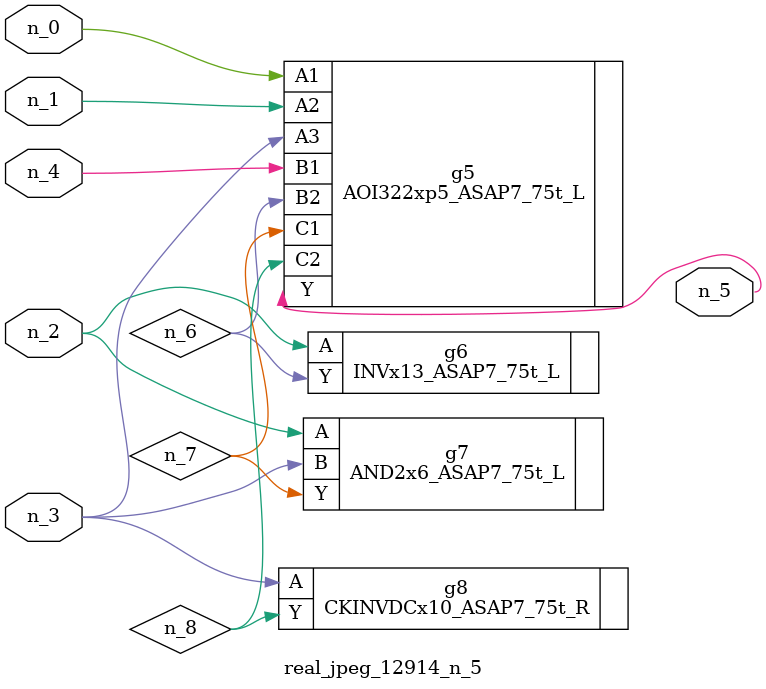
<source format=v>
module real_jpeg_12914_n_5 (n_4, n_0, n_1, n_2, n_3, n_5);

input n_4;
input n_0;
input n_1;
input n_2;
input n_3;

output n_5;

wire n_8;
wire n_6;
wire n_7;

AOI322xp5_ASAP7_75t_L g5 ( 
.A1(n_0),
.A2(n_1),
.A3(n_3),
.B1(n_4),
.B2(n_6),
.C1(n_7),
.C2(n_8),
.Y(n_5)
);

INVx13_ASAP7_75t_L g6 ( 
.A(n_2),
.Y(n_6)
);

AND2x6_ASAP7_75t_L g7 ( 
.A(n_2),
.B(n_3),
.Y(n_7)
);

CKINVDCx10_ASAP7_75t_R g8 ( 
.A(n_3),
.Y(n_8)
);


endmodule
</source>
